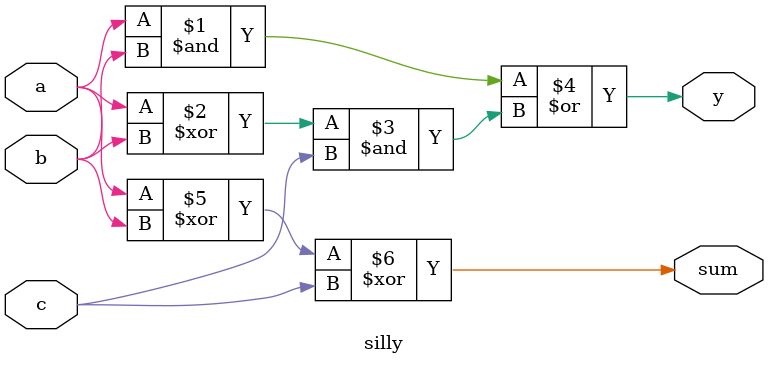
<source format=sv>
module silly (input  logic a, b, c, output logic y, sum);
   
  assign y = (a & b) | ((a ^ b) & c); // c out
  assign sum = (a ^ b) ^ c;
   
endmodule

</source>
